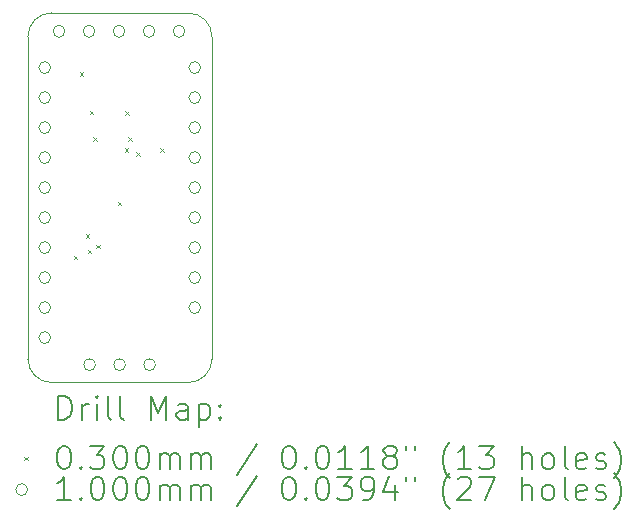
<source format=gbr>
%TF.GenerationSoftware,KiCad,Pcbnew,8.0.5*%
%TF.CreationDate,2025-01-09T20:32:42-08:00*%
%TF.ProjectId,PIC32Flex,50494333-3246-46c6-9578-2e6b69636164,rev?*%
%TF.SameCoordinates,Original*%
%TF.FileFunction,Drillmap*%
%TF.FilePolarity,Positive*%
%FSLAX45Y45*%
G04 Gerber Fmt 4.5, Leading zero omitted, Abs format (unit mm)*
G04 Created by KiCad (PCBNEW 8.0.5) date 2025-01-09 20:32:42*
%MOMM*%
%LPD*%
G01*
G04 APERTURE LIST*
%ADD10C,0.050000*%
%ADD11C,0.200000*%
%ADD12C,0.100000*%
G04 APERTURE END LIST*
D10*
X9861421Y-7240000D02*
G75*
G02*
X10061421Y-7040000I200000J0D01*
G01*
X11420000Y-7240000D02*
X11420000Y-9968579D01*
X10061421Y-7040000D02*
X11220000Y-7040000D01*
X10061421Y-10168579D02*
G75*
G02*
X9861421Y-9968579I0J200000D01*
G01*
X11420000Y-9968579D02*
G75*
G02*
X11220000Y-10168579I-200000J0D01*
G01*
X11220000Y-10168579D02*
X10061421Y-10168579D01*
X11220000Y-7040000D02*
G75*
G02*
X11420000Y-7240000I0J-200000D01*
G01*
X9861421Y-9968579D02*
X9861421Y-7240000D01*
D11*
D12*
X10248760Y-9095000D02*
X10278760Y-9125000D01*
X10278760Y-9095000D02*
X10248760Y-9125000D01*
X10302000Y-7542000D02*
X10332000Y-7572000D01*
X10332000Y-7542000D02*
X10302000Y-7572000D01*
X10350000Y-8912000D02*
X10380000Y-8942000D01*
X10380000Y-8912000D02*
X10350000Y-8942000D01*
X10368760Y-9043000D02*
X10398760Y-9073000D01*
X10398760Y-9043000D02*
X10368760Y-9073000D01*
X10387000Y-7869000D02*
X10417000Y-7899000D01*
X10417000Y-7869000D02*
X10387000Y-7899000D01*
X10413000Y-8094000D02*
X10443000Y-8124000D01*
X10443000Y-8094000D02*
X10413000Y-8124000D01*
X10441000Y-9003000D02*
X10471000Y-9033000D01*
X10471000Y-9003000D02*
X10441000Y-9033000D01*
X10622320Y-8639549D02*
X10652320Y-8669549D01*
X10652320Y-8639549D02*
X10622320Y-8669549D01*
X10683000Y-8186000D02*
X10713000Y-8216000D01*
X10713000Y-8186000D02*
X10683000Y-8216000D01*
X10687000Y-7872000D02*
X10717000Y-7902000D01*
X10717000Y-7872000D02*
X10687000Y-7902000D01*
X10710574Y-8091573D02*
X10740574Y-8121573D01*
X10740574Y-8091573D02*
X10710574Y-8121573D01*
X10780000Y-8220000D02*
X10810000Y-8250000D01*
X10810000Y-8220000D02*
X10780000Y-8250000D01*
X10982000Y-8185000D02*
X11012000Y-8215000D01*
X11012000Y-8185000D02*
X10982000Y-8215000D01*
X10054000Y-7502000D02*
G75*
G02*
X9954000Y-7502000I-50000J0D01*
G01*
X9954000Y-7502000D02*
G75*
G02*
X10054000Y-7502000I50000J0D01*
G01*
X10054000Y-7756000D02*
G75*
G02*
X9954000Y-7756000I-50000J0D01*
G01*
X9954000Y-7756000D02*
G75*
G02*
X10054000Y-7756000I50000J0D01*
G01*
X10054000Y-8010000D02*
G75*
G02*
X9954000Y-8010000I-50000J0D01*
G01*
X9954000Y-8010000D02*
G75*
G02*
X10054000Y-8010000I50000J0D01*
G01*
X10054000Y-8264000D02*
G75*
G02*
X9954000Y-8264000I-50000J0D01*
G01*
X9954000Y-8264000D02*
G75*
G02*
X10054000Y-8264000I50000J0D01*
G01*
X10054000Y-8518000D02*
G75*
G02*
X9954000Y-8518000I-50000J0D01*
G01*
X9954000Y-8518000D02*
G75*
G02*
X10054000Y-8518000I50000J0D01*
G01*
X10054000Y-8772000D02*
G75*
G02*
X9954000Y-8772000I-50000J0D01*
G01*
X9954000Y-8772000D02*
G75*
G02*
X10054000Y-8772000I50000J0D01*
G01*
X10054000Y-9026000D02*
G75*
G02*
X9954000Y-9026000I-50000J0D01*
G01*
X9954000Y-9026000D02*
G75*
G02*
X10054000Y-9026000I50000J0D01*
G01*
X10054000Y-9280000D02*
G75*
G02*
X9954000Y-9280000I-50000J0D01*
G01*
X9954000Y-9280000D02*
G75*
G02*
X10054000Y-9280000I50000J0D01*
G01*
X10054000Y-9534000D02*
G75*
G02*
X9954000Y-9534000I-50000J0D01*
G01*
X9954000Y-9534000D02*
G75*
G02*
X10054000Y-9534000I50000J0D01*
G01*
X10054000Y-9788000D02*
G75*
G02*
X9954000Y-9788000I-50000J0D01*
G01*
X9954000Y-9788000D02*
G75*
G02*
X10054000Y-9788000I50000J0D01*
G01*
X10175000Y-7195000D02*
G75*
G02*
X10075000Y-7195000I-50000J0D01*
G01*
X10075000Y-7195000D02*
G75*
G02*
X10175000Y-7195000I50000J0D01*
G01*
X10429000Y-7195000D02*
G75*
G02*
X10329000Y-7195000I-50000J0D01*
G01*
X10329000Y-7195000D02*
G75*
G02*
X10429000Y-7195000I50000J0D01*
G01*
X10433760Y-10017080D02*
G75*
G02*
X10333760Y-10017080I-50000J0D01*
G01*
X10333760Y-10017080D02*
G75*
G02*
X10433760Y-10017080I50000J0D01*
G01*
X10683000Y-7195000D02*
G75*
G02*
X10583000Y-7195000I-50000J0D01*
G01*
X10583000Y-7195000D02*
G75*
G02*
X10683000Y-7195000I50000J0D01*
G01*
X10687760Y-10017080D02*
G75*
G02*
X10587760Y-10017080I-50000J0D01*
G01*
X10587760Y-10017080D02*
G75*
G02*
X10687760Y-10017080I50000J0D01*
G01*
X10937000Y-7195000D02*
G75*
G02*
X10837000Y-7195000I-50000J0D01*
G01*
X10837000Y-7195000D02*
G75*
G02*
X10937000Y-7195000I50000J0D01*
G01*
X10941760Y-10017080D02*
G75*
G02*
X10841760Y-10017080I-50000J0D01*
G01*
X10841760Y-10017080D02*
G75*
G02*
X10941760Y-10017080I50000J0D01*
G01*
X11191000Y-7195000D02*
G75*
G02*
X11091000Y-7195000I-50000J0D01*
G01*
X11091000Y-7195000D02*
G75*
G02*
X11191000Y-7195000I50000J0D01*
G01*
X11324000Y-7502000D02*
G75*
G02*
X11224000Y-7502000I-50000J0D01*
G01*
X11224000Y-7502000D02*
G75*
G02*
X11324000Y-7502000I50000J0D01*
G01*
X11324000Y-7756000D02*
G75*
G02*
X11224000Y-7756000I-50000J0D01*
G01*
X11224000Y-7756000D02*
G75*
G02*
X11324000Y-7756000I50000J0D01*
G01*
X11324000Y-8010000D02*
G75*
G02*
X11224000Y-8010000I-50000J0D01*
G01*
X11224000Y-8010000D02*
G75*
G02*
X11324000Y-8010000I50000J0D01*
G01*
X11324000Y-8264000D02*
G75*
G02*
X11224000Y-8264000I-50000J0D01*
G01*
X11224000Y-8264000D02*
G75*
G02*
X11324000Y-8264000I50000J0D01*
G01*
X11324000Y-8518000D02*
G75*
G02*
X11224000Y-8518000I-50000J0D01*
G01*
X11224000Y-8518000D02*
G75*
G02*
X11324000Y-8518000I50000J0D01*
G01*
X11324000Y-8772000D02*
G75*
G02*
X11224000Y-8772000I-50000J0D01*
G01*
X11224000Y-8772000D02*
G75*
G02*
X11324000Y-8772000I50000J0D01*
G01*
X11324000Y-9026000D02*
G75*
G02*
X11224000Y-9026000I-50000J0D01*
G01*
X11224000Y-9026000D02*
G75*
G02*
X11324000Y-9026000I50000J0D01*
G01*
X11324000Y-9280000D02*
G75*
G02*
X11224000Y-9280000I-50000J0D01*
G01*
X11224000Y-9280000D02*
G75*
G02*
X11324000Y-9280000I50000J0D01*
G01*
X11324000Y-9534000D02*
G75*
G02*
X11224000Y-9534000I-50000J0D01*
G01*
X11224000Y-9534000D02*
G75*
G02*
X11324000Y-9534000I50000J0D01*
G01*
D11*
X10119698Y-10482562D02*
X10119698Y-10282562D01*
X10119698Y-10282562D02*
X10167317Y-10282562D01*
X10167317Y-10282562D02*
X10195889Y-10292086D01*
X10195889Y-10292086D02*
X10214936Y-10311134D01*
X10214936Y-10311134D02*
X10224460Y-10330181D01*
X10224460Y-10330181D02*
X10233984Y-10368277D01*
X10233984Y-10368277D02*
X10233984Y-10396848D01*
X10233984Y-10396848D02*
X10224460Y-10434943D01*
X10224460Y-10434943D02*
X10214936Y-10453991D01*
X10214936Y-10453991D02*
X10195889Y-10473039D01*
X10195889Y-10473039D02*
X10167317Y-10482562D01*
X10167317Y-10482562D02*
X10119698Y-10482562D01*
X10319698Y-10482562D02*
X10319698Y-10349229D01*
X10319698Y-10387324D02*
X10329222Y-10368277D01*
X10329222Y-10368277D02*
X10338746Y-10358753D01*
X10338746Y-10358753D02*
X10357793Y-10349229D01*
X10357793Y-10349229D02*
X10376841Y-10349229D01*
X10443508Y-10482562D02*
X10443508Y-10349229D01*
X10443508Y-10282562D02*
X10433984Y-10292086D01*
X10433984Y-10292086D02*
X10443508Y-10301610D01*
X10443508Y-10301610D02*
X10453032Y-10292086D01*
X10453032Y-10292086D02*
X10443508Y-10282562D01*
X10443508Y-10282562D02*
X10443508Y-10301610D01*
X10567317Y-10482562D02*
X10548270Y-10473039D01*
X10548270Y-10473039D02*
X10538746Y-10453991D01*
X10538746Y-10453991D02*
X10538746Y-10282562D01*
X10672079Y-10482562D02*
X10653032Y-10473039D01*
X10653032Y-10473039D02*
X10643508Y-10453991D01*
X10643508Y-10453991D02*
X10643508Y-10282562D01*
X10900651Y-10482562D02*
X10900651Y-10282562D01*
X10900651Y-10282562D02*
X10967317Y-10425420D01*
X10967317Y-10425420D02*
X11033984Y-10282562D01*
X11033984Y-10282562D02*
X11033984Y-10482562D01*
X11214936Y-10482562D02*
X11214936Y-10377801D01*
X11214936Y-10377801D02*
X11205412Y-10358753D01*
X11205412Y-10358753D02*
X11186365Y-10349229D01*
X11186365Y-10349229D02*
X11148270Y-10349229D01*
X11148270Y-10349229D02*
X11129222Y-10358753D01*
X11214936Y-10473039D02*
X11195889Y-10482562D01*
X11195889Y-10482562D02*
X11148270Y-10482562D01*
X11148270Y-10482562D02*
X11129222Y-10473039D01*
X11129222Y-10473039D02*
X11119698Y-10453991D01*
X11119698Y-10453991D02*
X11119698Y-10434943D01*
X11119698Y-10434943D02*
X11129222Y-10415896D01*
X11129222Y-10415896D02*
X11148270Y-10406372D01*
X11148270Y-10406372D02*
X11195889Y-10406372D01*
X11195889Y-10406372D02*
X11214936Y-10396848D01*
X11310174Y-10349229D02*
X11310174Y-10549229D01*
X11310174Y-10358753D02*
X11329222Y-10349229D01*
X11329222Y-10349229D02*
X11367317Y-10349229D01*
X11367317Y-10349229D02*
X11386365Y-10358753D01*
X11386365Y-10358753D02*
X11395889Y-10368277D01*
X11395889Y-10368277D02*
X11405412Y-10387324D01*
X11405412Y-10387324D02*
X11405412Y-10444467D01*
X11405412Y-10444467D02*
X11395889Y-10463515D01*
X11395889Y-10463515D02*
X11386365Y-10473039D01*
X11386365Y-10473039D02*
X11367317Y-10482562D01*
X11367317Y-10482562D02*
X11329222Y-10482562D01*
X11329222Y-10482562D02*
X11310174Y-10473039D01*
X11491127Y-10463515D02*
X11500651Y-10473039D01*
X11500651Y-10473039D02*
X11491127Y-10482562D01*
X11491127Y-10482562D02*
X11481603Y-10473039D01*
X11481603Y-10473039D02*
X11491127Y-10463515D01*
X11491127Y-10463515D02*
X11491127Y-10482562D01*
X11491127Y-10358753D02*
X11500651Y-10368277D01*
X11500651Y-10368277D02*
X11491127Y-10377801D01*
X11491127Y-10377801D02*
X11481603Y-10368277D01*
X11481603Y-10368277D02*
X11491127Y-10358753D01*
X11491127Y-10358753D02*
X11491127Y-10377801D01*
D12*
X9828921Y-10796079D02*
X9858921Y-10826079D01*
X9858921Y-10796079D02*
X9828921Y-10826079D01*
D11*
X10157793Y-10702562D02*
X10176841Y-10702562D01*
X10176841Y-10702562D02*
X10195889Y-10712086D01*
X10195889Y-10712086D02*
X10205413Y-10721610D01*
X10205413Y-10721610D02*
X10214936Y-10740658D01*
X10214936Y-10740658D02*
X10224460Y-10778753D01*
X10224460Y-10778753D02*
X10224460Y-10826372D01*
X10224460Y-10826372D02*
X10214936Y-10864467D01*
X10214936Y-10864467D02*
X10205413Y-10883515D01*
X10205413Y-10883515D02*
X10195889Y-10893039D01*
X10195889Y-10893039D02*
X10176841Y-10902562D01*
X10176841Y-10902562D02*
X10157793Y-10902562D01*
X10157793Y-10902562D02*
X10138746Y-10893039D01*
X10138746Y-10893039D02*
X10129222Y-10883515D01*
X10129222Y-10883515D02*
X10119698Y-10864467D01*
X10119698Y-10864467D02*
X10110174Y-10826372D01*
X10110174Y-10826372D02*
X10110174Y-10778753D01*
X10110174Y-10778753D02*
X10119698Y-10740658D01*
X10119698Y-10740658D02*
X10129222Y-10721610D01*
X10129222Y-10721610D02*
X10138746Y-10712086D01*
X10138746Y-10712086D02*
X10157793Y-10702562D01*
X10310174Y-10883515D02*
X10319698Y-10893039D01*
X10319698Y-10893039D02*
X10310174Y-10902562D01*
X10310174Y-10902562D02*
X10300651Y-10893039D01*
X10300651Y-10893039D02*
X10310174Y-10883515D01*
X10310174Y-10883515D02*
X10310174Y-10902562D01*
X10386365Y-10702562D02*
X10510174Y-10702562D01*
X10510174Y-10702562D02*
X10443508Y-10778753D01*
X10443508Y-10778753D02*
X10472079Y-10778753D01*
X10472079Y-10778753D02*
X10491127Y-10788277D01*
X10491127Y-10788277D02*
X10500651Y-10797801D01*
X10500651Y-10797801D02*
X10510174Y-10816848D01*
X10510174Y-10816848D02*
X10510174Y-10864467D01*
X10510174Y-10864467D02*
X10500651Y-10883515D01*
X10500651Y-10883515D02*
X10491127Y-10893039D01*
X10491127Y-10893039D02*
X10472079Y-10902562D01*
X10472079Y-10902562D02*
X10414936Y-10902562D01*
X10414936Y-10902562D02*
X10395889Y-10893039D01*
X10395889Y-10893039D02*
X10386365Y-10883515D01*
X10633984Y-10702562D02*
X10653032Y-10702562D01*
X10653032Y-10702562D02*
X10672079Y-10712086D01*
X10672079Y-10712086D02*
X10681603Y-10721610D01*
X10681603Y-10721610D02*
X10691127Y-10740658D01*
X10691127Y-10740658D02*
X10700651Y-10778753D01*
X10700651Y-10778753D02*
X10700651Y-10826372D01*
X10700651Y-10826372D02*
X10691127Y-10864467D01*
X10691127Y-10864467D02*
X10681603Y-10883515D01*
X10681603Y-10883515D02*
X10672079Y-10893039D01*
X10672079Y-10893039D02*
X10653032Y-10902562D01*
X10653032Y-10902562D02*
X10633984Y-10902562D01*
X10633984Y-10902562D02*
X10614936Y-10893039D01*
X10614936Y-10893039D02*
X10605413Y-10883515D01*
X10605413Y-10883515D02*
X10595889Y-10864467D01*
X10595889Y-10864467D02*
X10586365Y-10826372D01*
X10586365Y-10826372D02*
X10586365Y-10778753D01*
X10586365Y-10778753D02*
X10595889Y-10740658D01*
X10595889Y-10740658D02*
X10605413Y-10721610D01*
X10605413Y-10721610D02*
X10614936Y-10712086D01*
X10614936Y-10712086D02*
X10633984Y-10702562D01*
X10824460Y-10702562D02*
X10843508Y-10702562D01*
X10843508Y-10702562D02*
X10862555Y-10712086D01*
X10862555Y-10712086D02*
X10872079Y-10721610D01*
X10872079Y-10721610D02*
X10881603Y-10740658D01*
X10881603Y-10740658D02*
X10891127Y-10778753D01*
X10891127Y-10778753D02*
X10891127Y-10826372D01*
X10891127Y-10826372D02*
X10881603Y-10864467D01*
X10881603Y-10864467D02*
X10872079Y-10883515D01*
X10872079Y-10883515D02*
X10862555Y-10893039D01*
X10862555Y-10893039D02*
X10843508Y-10902562D01*
X10843508Y-10902562D02*
X10824460Y-10902562D01*
X10824460Y-10902562D02*
X10805413Y-10893039D01*
X10805413Y-10893039D02*
X10795889Y-10883515D01*
X10795889Y-10883515D02*
X10786365Y-10864467D01*
X10786365Y-10864467D02*
X10776841Y-10826372D01*
X10776841Y-10826372D02*
X10776841Y-10778753D01*
X10776841Y-10778753D02*
X10786365Y-10740658D01*
X10786365Y-10740658D02*
X10795889Y-10721610D01*
X10795889Y-10721610D02*
X10805413Y-10712086D01*
X10805413Y-10712086D02*
X10824460Y-10702562D01*
X10976841Y-10902562D02*
X10976841Y-10769229D01*
X10976841Y-10788277D02*
X10986365Y-10778753D01*
X10986365Y-10778753D02*
X11005413Y-10769229D01*
X11005413Y-10769229D02*
X11033984Y-10769229D01*
X11033984Y-10769229D02*
X11053032Y-10778753D01*
X11053032Y-10778753D02*
X11062555Y-10797801D01*
X11062555Y-10797801D02*
X11062555Y-10902562D01*
X11062555Y-10797801D02*
X11072079Y-10778753D01*
X11072079Y-10778753D02*
X11091127Y-10769229D01*
X11091127Y-10769229D02*
X11119698Y-10769229D01*
X11119698Y-10769229D02*
X11138746Y-10778753D01*
X11138746Y-10778753D02*
X11148270Y-10797801D01*
X11148270Y-10797801D02*
X11148270Y-10902562D01*
X11243508Y-10902562D02*
X11243508Y-10769229D01*
X11243508Y-10788277D02*
X11253032Y-10778753D01*
X11253032Y-10778753D02*
X11272079Y-10769229D01*
X11272079Y-10769229D02*
X11300651Y-10769229D01*
X11300651Y-10769229D02*
X11319698Y-10778753D01*
X11319698Y-10778753D02*
X11329222Y-10797801D01*
X11329222Y-10797801D02*
X11329222Y-10902562D01*
X11329222Y-10797801D02*
X11338746Y-10778753D01*
X11338746Y-10778753D02*
X11357793Y-10769229D01*
X11357793Y-10769229D02*
X11386365Y-10769229D01*
X11386365Y-10769229D02*
X11405413Y-10778753D01*
X11405413Y-10778753D02*
X11414936Y-10797801D01*
X11414936Y-10797801D02*
X11414936Y-10902562D01*
X11805413Y-10693039D02*
X11633984Y-10950181D01*
X12062555Y-10702562D02*
X12081603Y-10702562D01*
X12081603Y-10702562D02*
X12100651Y-10712086D01*
X12100651Y-10712086D02*
X12110175Y-10721610D01*
X12110175Y-10721610D02*
X12119698Y-10740658D01*
X12119698Y-10740658D02*
X12129222Y-10778753D01*
X12129222Y-10778753D02*
X12129222Y-10826372D01*
X12129222Y-10826372D02*
X12119698Y-10864467D01*
X12119698Y-10864467D02*
X12110175Y-10883515D01*
X12110175Y-10883515D02*
X12100651Y-10893039D01*
X12100651Y-10893039D02*
X12081603Y-10902562D01*
X12081603Y-10902562D02*
X12062555Y-10902562D01*
X12062555Y-10902562D02*
X12043508Y-10893039D01*
X12043508Y-10893039D02*
X12033984Y-10883515D01*
X12033984Y-10883515D02*
X12024460Y-10864467D01*
X12024460Y-10864467D02*
X12014936Y-10826372D01*
X12014936Y-10826372D02*
X12014936Y-10778753D01*
X12014936Y-10778753D02*
X12024460Y-10740658D01*
X12024460Y-10740658D02*
X12033984Y-10721610D01*
X12033984Y-10721610D02*
X12043508Y-10712086D01*
X12043508Y-10712086D02*
X12062555Y-10702562D01*
X12214936Y-10883515D02*
X12224460Y-10893039D01*
X12224460Y-10893039D02*
X12214936Y-10902562D01*
X12214936Y-10902562D02*
X12205413Y-10893039D01*
X12205413Y-10893039D02*
X12214936Y-10883515D01*
X12214936Y-10883515D02*
X12214936Y-10902562D01*
X12348270Y-10702562D02*
X12367317Y-10702562D01*
X12367317Y-10702562D02*
X12386365Y-10712086D01*
X12386365Y-10712086D02*
X12395889Y-10721610D01*
X12395889Y-10721610D02*
X12405413Y-10740658D01*
X12405413Y-10740658D02*
X12414936Y-10778753D01*
X12414936Y-10778753D02*
X12414936Y-10826372D01*
X12414936Y-10826372D02*
X12405413Y-10864467D01*
X12405413Y-10864467D02*
X12395889Y-10883515D01*
X12395889Y-10883515D02*
X12386365Y-10893039D01*
X12386365Y-10893039D02*
X12367317Y-10902562D01*
X12367317Y-10902562D02*
X12348270Y-10902562D01*
X12348270Y-10902562D02*
X12329222Y-10893039D01*
X12329222Y-10893039D02*
X12319698Y-10883515D01*
X12319698Y-10883515D02*
X12310175Y-10864467D01*
X12310175Y-10864467D02*
X12300651Y-10826372D01*
X12300651Y-10826372D02*
X12300651Y-10778753D01*
X12300651Y-10778753D02*
X12310175Y-10740658D01*
X12310175Y-10740658D02*
X12319698Y-10721610D01*
X12319698Y-10721610D02*
X12329222Y-10712086D01*
X12329222Y-10712086D02*
X12348270Y-10702562D01*
X12605413Y-10902562D02*
X12491127Y-10902562D01*
X12548270Y-10902562D02*
X12548270Y-10702562D01*
X12548270Y-10702562D02*
X12529222Y-10731134D01*
X12529222Y-10731134D02*
X12510175Y-10750181D01*
X12510175Y-10750181D02*
X12491127Y-10759705D01*
X12795889Y-10902562D02*
X12681603Y-10902562D01*
X12738746Y-10902562D02*
X12738746Y-10702562D01*
X12738746Y-10702562D02*
X12719698Y-10731134D01*
X12719698Y-10731134D02*
X12700651Y-10750181D01*
X12700651Y-10750181D02*
X12681603Y-10759705D01*
X12910175Y-10788277D02*
X12891127Y-10778753D01*
X12891127Y-10778753D02*
X12881603Y-10769229D01*
X12881603Y-10769229D02*
X12872079Y-10750181D01*
X12872079Y-10750181D02*
X12872079Y-10740658D01*
X12872079Y-10740658D02*
X12881603Y-10721610D01*
X12881603Y-10721610D02*
X12891127Y-10712086D01*
X12891127Y-10712086D02*
X12910175Y-10702562D01*
X12910175Y-10702562D02*
X12948270Y-10702562D01*
X12948270Y-10702562D02*
X12967317Y-10712086D01*
X12967317Y-10712086D02*
X12976841Y-10721610D01*
X12976841Y-10721610D02*
X12986365Y-10740658D01*
X12986365Y-10740658D02*
X12986365Y-10750181D01*
X12986365Y-10750181D02*
X12976841Y-10769229D01*
X12976841Y-10769229D02*
X12967317Y-10778753D01*
X12967317Y-10778753D02*
X12948270Y-10788277D01*
X12948270Y-10788277D02*
X12910175Y-10788277D01*
X12910175Y-10788277D02*
X12891127Y-10797801D01*
X12891127Y-10797801D02*
X12881603Y-10807324D01*
X12881603Y-10807324D02*
X12872079Y-10826372D01*
X12872079Y-10826372D02*
X12872079Y-10864467D01*
X12872079Y-10864467D02*
X12881603Y-10883515D01*
X12881603Y-10883515D02*
X12891127Y-10893039D01*
X12891127Y-10893039D02*
X12910175Y-10902562D01*
X12910175Y-10902562D02*
X12948270Y-10902562D01*
X12948270Y-10902562D02*
X12967317Y-10893039D01*
X12967317Y-10893039D02*
X12976841Y-10883515D01*
X12976841Y-10883515D02*
X12986365Y-10864467D01*
X12986365Y-10864467D02*
X12986365Y-10826372D01*
X12986365Y-10826372D02*
X12976841Y-10807324D01*
X12976841Y-10807324D02*
X12967317Y-10797801D01*
X12967317Y-10797801D02*
X12948270Y-10788277D01*
X13062556Y-10702562D02*
X13062556Y-10740658D01*
X13138746Y-10702562D02*
X13138746Y-10740658D01*
X13433984Y-10978753D02*
X13424460Y-10969229D01*
X13424460Y-10969229D02*
X13405413Y-10940658D01*
X13405413Y-10940658D02*
X13395889Y-10921610D01*
X13395889Y-10921610D02*
X13386365Y-10893039D01*
X13386365Y-10893039D02*
X13376841Y-10845420D01*
X13376841Y-10845420D02*
X13376841Y-10807324D01*
X13376841Y-10807324D02*
X13386365Y-10759705D01*
X13386365Y-10759705D02*
X13395889Y-10731134D01*
X13395889Y-10731134D02*
X13405413Y-10712086D01*
X13405413Y-10712086D02*
X13424460Y-10683515D01*
X13424460Y-10683515D02*
X13433984Y-10673991D01*
X13614937Y-10902562D02*
X13500651Y-10902562D01*
X13557794Y-10902562D02*
X13557794Y-10702562D01*
X13557794Y-10702562D02*
X13538746Y-10731134D01*
X13538746Y-10731134D02*
X13519698Y-10750181D01*
X13519698Y-10750181D02*
X13500651Y-10759705D01*
X13681603Y-10702562D02*
X13805413Y-10702562D01*
X13805413Y-10702562D02*
X13738746Y-10778753D01*
X13738746Y-10778753D02*
X13767318Y-10778753D01*
X13767318Y-10778753D02*
X13786365Y-10788277D01*
X13786365Y-10788277D02*
X13795889Y-10797801D01*
X13795889Y-10797801D02*
X13805413Y-10816848D01*
X13805413Y-10816848D02*
X13805413Y-10864467D01*
X13805413Y-10864467D02*
X13795889Y-10883515D01*
X13795889Y-10883515D02*
X13786365Y-10893039D01*
X13786365Y-10893039D02*
X13767318Y-10902562D01*
X13767318Y-10902562D02*
X13710175Y-10902562D01*
X13710175Y-10902562D02*
X13691127Y-10893039D01*
X13691127Y-10893039D02*
X13681603Y-10883515D01*
X14043508Y-10902562D02*
X14043508Y-10702562D01*
X14129222Y-10902562D02*
X14129222Y-10797801D01*
X14129222Y-10797801D02*
X14119699Y-10778753D01*
X14119699Y-10778753D02*
X14100651Y-10769229D01*
X14100651Y-10769229D02*
X14072079Y-10769229D01*
X14072079Y-10769229D02*
X14053032Y-10778753D01*
X14053032Y-10778753D02*
X14043508Y-10788277D01*
X14253032Y-10902562D02*
X14233984Y-10893039D01*
X14233984Y-10893039D02*
X14224460Y-10883515D01*
X14224460Y-10883515D02*
X14214937Y-10864467D01*
X14214937Y-10864467D02*
X14214937Y-10807324D01*
X14214937Y-10807324D02*
X14224460Y-10788277D01*
X14224460Y-10788277D02*
X14233984Y-10778753D01*
X14233984Y-10778753D02*
X14253032Y-10769229D01*
X14253032Y-10769229D02*
X14281603Y-10769229D01*
X14281603Y-10769229D02*
X14300651Y-10778753D01*
X14300651Y-10778753D02*
X14310175Y-10788277D01*
X14310175Y-10788277D02*
X14319699Y-10807324D01*
X14319699Y-10807324D02*
X14319699Y-10864467D01*
X14319699Y-10864467D02*
X14310175Y-10883515D01*
X14310175Y-10883515D02*
X14300651Y-10893039D01*
X14300651Y-10893039D02*
X14281603Y-10902562D01*
X14281603Y-10902562D02*
X14253032Y-10902562D01*
X14433984Y-10902562D02*
X14414937Y-10893039D01*
X14414937Y-10893039D02*
X14405413Y-10873991D01*
X14405413Y-10873991D02*
X14405413Y-10702562D01*
X14586365Y-10893039D02*
X14567318Y-10902562D01*
X14567318Y-10902562D02*
X14529222Y-10902562D01*
X14529222Y-10902562D02*
X14510175Y-10893039D01*
X14510175Y-10893039D02*
X14500651Y-10873991D01*
X14500651Y-10873991D02*
X14500651Y-10797801D01*
X14500651Y-10797801D02*
X14510175Y-10778753D01*
X14510175Y-10778753D02*
X14529222Y-10769229D01*
X14529222Y-10769229D02*
X14567318Y-10769229D01*
X14567318Y-10769229D02*
X14586365Y-10778753D01*
X14586365Y-10778753D02*
X14595889Y-10797801D01*
X14595889Y-10797801D02*
X14595889Y-10816848D01*
X14595889Y-10816848D02*
X14500651Y-10835896D01*
X14672080Y-10893039D02*
X14691127Y-10902562D01*
X14691127Y-10902562D02*
X14729222Y-10902562D01*
X14729222Y-10902562D02*
X14748270Y-10893039D01*
X14748270Y-10893039D02*
X14757794Y-10873991D01*
X14757794Y-10873991D02*
X14757794Y-10864467D01*
X14757794Y-10864467D02*
X14748270Y-10845420D01*
X14748270Y-10845420D02*
X14729222Y-10835896D01*
X14729222Y-10835896D02*
X14700651Y-10835896D01*
X14700651Y-10835896D02*
X14681603Y-10826372D01*
X14681603Y-10826372D02*
X14672080Y-10807324D01*
X14672080Y-10807324D02*
X14672080Y-10797801D01*
X14672080Y-10797801D02*
X14681603Y-10778753D01*
X14681603Y-10778753D02*
X14700651Y-10769229D01*
X14700651Y-10769229D02*
X14729222Y-10769229D01*
X14729222Y-10769229D02*
X14748270Y-10778753D01*
X14824461Y-10978753D02*
X14833984Y-10969229D01*
X14833984Y-10969229D02*
X14853032Y-10940658D01*
X14853032Y-10940658D02*
X14862556Y-10921610D01*
X14862556Y-10921610D02*
X14872080Y-10893039D01*
X14872080Y-10893039D02*
X14881603Y-10845420D01*
X14881603Y-10845420D02*
X14881603Y-10807324D01*
X14881603Y-10807324D02*
X14872080Y-10759705D01*
X14872080Y-10759705D02*
X14862556Y-10731134D01*
X14862556Y-10731134D02*
X14853032Y-10712086D01*
X14853032Y-10712086D02*
X14833984Y-10683515D01*
X14833984Y-10683515D02*
X14824461Y-10673991D01*
D12*
X9858921Y-11075079D02*
G75*
G02*
X9758921Y-11075079I-50000J0D01*
G01*
X9758921Y-11075079D02*
G75*
G02*
X9858921Y-11075079I50000J0D01*
G01*
D11*
X10224460Y-11166562D02*
X10110174Y-11166562D01*
X10167317Y-11166562D02*
X10167317Y-10966562D01*
X10167317Y-10966562D02*
X10148270Y-10995134D01*
X10148270Y-10995134D02*
X10129222Y-11014181D01*
X10129222Y-11014181D02*
X10110174Y-11023705D01*
X10310174Y-11147515D02*
X10319698Y-11157039D01*
X10319698Y-11157039D02*
X10310174Y-11166562D01*
X10310174Y-11166562D02*
X10300651Y-11157039D01*
X10300651Y-11157039D02*
X10310174Y-11147515D01*
X10310174Y-11147515D02*
X10310174Y-11166562D01*
X10443508Y-10966562D02*
X10462555Y-10966562D01*
X10462555Y-10966562D02*
X10481603Y-10976086D01*
X10481603Y-10976086D02*
X10491127Y-10985610D01*
X10491127Y-10985610D02*
X10500651Y-11004658D01*
X10500651Y-11004658D02*
X10510174Y-11042753D01*
X10510174Y-11042753D02*
X10510174Y-11090372D01*
X10510174Y-11090372D02*
X10500651Y-11128467D01*
X10500651Y-11128467D02*
X10491127Y-11147515D01*
X10491127Y-11147515D02*
X10481603Y-11157039D01*
X10481603Y-11157039D02*
X10462555Y-11166562D01*
X10462555Y-11166562D02*
X10443508Y-11166562D01*
X10443508Y-11166562D02*
X10424460Y-11157039D01*
X10424460Y-11157039D02*
X10414936Y-11147515D01*
X10414936Y-11147515D02*
X10405413Y-11128467D01*
X10405413Y-11128467D02*
X10395889Y-11090372D01*
X10395889Y-11090372D02*
X10395889Y-11042753D01*
X10395889Y-11042753D02*
X10405413Y-11004658D01*
X10405413Y-11004658D02*
X10414936Y-10985610D01*
X10414936Y-10985610D02*
X10424460Y-10976086D01*
X10424460Y-10976086D02*
X10443508Y-10966562D01*
X10633984Y-10966562D02*
X10653032Y-10966562D01*
X10653032Y-10966562D02*
X10672079Y-10976086D01*
X10672079Y-10976086D02*
X10681603Y-10985610D01*
X10681603Y-10985610D02*
X10691127Y-11004658D01*
X10691127Y-11004658D02*
X10700651Y-11042753D01*
X10700651Y-11042753D02*
X10700651Y-11090372D01*
X10700651Y-11090372D02*
X10691127Y-11128467D01*
X10691127Y-11128467D02*
X10681603Y-11147515D01*
X10681603Y-11147515D02*
X10672079Y-11157039D01*
X10672079Y-11157039D02*
X10653032Y-11166562D01*
X10653032Y-11166562D02*
X10633984Y-11166562D01*
X10633984Y-11166562D02*
X10614936Y-11157039D01*
X10614936Y-11157039D02*
X10605413Y-11147515D01*
X10605413Y-11147515D02*
X10595889Y-11128467D01*
X10595889Y-11128467D02*
X10586365Y-11090372D01*
X10586365Y-11090372D02*
X10586365Y-11042753D01*
X10586365Y-11042753D02*
X10595889Y-11004658D01*
X10595889Y-11004658D02*
X10605413Y-10985610D01*
X10605413Y-10985610D02*
X10614936Y-10976086D01*
X10614936Y-10976086D02*
X10633984Y-10966562D01*
X10824460Y-10966562D02*
X10843508Y-10966562D01*
X10843508Y-10966562D02*
X10862555Y-10976086D01*
X10862555Y-10976086D02*
X10872079Y-10985610D01*
X10872079Y-10985610D02*
X10881603Y-11004658D01*
X10881603Y-11004658D02*
X10891127Y-11042753D01*
X10891127Y-11042753D02*
X10891127Y-11090372D01*
X10891127Y-11090372D02*
X10881603Y-11128467D01*
X10881603Y-11128467D02*
X10872079Y-11147515D01*
X10872079Y-11147515D02*
X10862555Y-11157039D01*
X10862555Y-11157039D02*
X10843508Y-11166562D01*
X10843508Y-11166562D02*
X10824460Y-11166562D01*
X10824460Y-11166562D02*
X10805413Y-11157039D01*
X10805413Y-11157039D02*
X10795889Y-11147515D01*
X10795889Y-11147515D02*
X10786365Y-11128467D01*
X10786365Y-11128467D02*
X10776841Y-11090372D01*
X10776841Y-11090372D02*
X10776841Y-11042753D01*
X10776841Y-11042753D02*
X10786365Y-11004658D01*
X10786365Y-11004658D02*
X10795889Y-10985610D01*
X10795889Y-10985610D02*
X10805413Y-10976086D01*
X10805413Y-10976086D02*
X10824460Y-10966562D01*
X10976841Y-11166562D02*
X10976841Y-11033229D01*
X10976841Y-11052277D02*
X10986365Y-11042753D01*
X10986365Y-11042753D02*
X11005413Y-11033229D01*
X11005413Y-11033229D02*
X11033984Y-11033229D01*
X11033984Y-11033229D02*
X11053032Y-11042753D01*
X11053032Y-11042753D02*
X11062555Y-11061801D01*
X11062555Y-11061801D02*
X11062555Y-11166562D01*
X11062555Y-11061801D02*
X11072079Y-11042753D01*
X11072079Y-11042753D02*
X11091127Y-11033229D01*
X11091127Y-11033229D02*
X11119698Y-11033229D01*
X11119698Y-11033229D02*
X11138746Y-11042753D01*
X11138746Y-11042753D02*
X11148270Y-11061801D01*
X11148270Y-11061801D02*
X11148270Y-11166562D01*
X11243508Y-11166562D02*
X11243508Y-11033229D01*
X11243508Y-11052277D02*
X11253032Y-11042753D01*
X11253032Y-11042753D02*
X11272079Y-11033229D01*
X11272079Y-11033229D02*
X11300651Y-11033229D01*
X11300651Y-11033229D02*
X11319698Y-11042753D01*
X11319698Y-11042753D02*
X11329222Y-11061801D01*
X11329222Y-11061801D02*
X11329222Y-11166562D01*
X11329222Y-11061801D02*
X11338746Y-11042753D01*
X11338746Y-11042753D02*
X11357793Y-11033229D01*
X11357793Y-11033229D02*
X11386365Y-11033229D01*
X11386365Y-11033229D02*
X11405413Y-11042753D01*
X11405413Y-11042753D02*
X11414936Y-11061801D01*
X11414936Y-11061801D02*
X11414936Y-11166562D01*
X11805413Y-10957039D02*
X11633984Y-11214181D01*
X12062555Y-10966562D02*
X12081603Y-10966562D01*
X12081603Y-10966562D02*
X12100651Y-10976086D01*
X12100651Y-10976086D02*
X12110175Y-10985610D01*
X12110175Y-10985610D02*
X12119698Y-11004658D01*
X12119698Y-11004658D02*
X12129222Y-11042753D01*
X12129222Y-11042753D02*
X12129222Y-11090372D01*
X12129222Y-11090372D02*
X12119698Y-11128467D01*
X12119698Y-11128467D02*
X12110175Y-11147515D01*
X12110175Y-11147515D02*
X12100651Y-11157039D01*
X12100651Y-11157039D02*
X12081603Y-11166562D01*
X12081603Y-11166562D02*
X12062555Y-11166562D01*
X12062555Y-11166562D02*
X12043508Y-11157039D01*
X12043508Y-11157039D02*
X12033984Y-11147515D01*
X12033984Y-11147515D02*
X12024460Y-11128467D01*
X12024460Y-11128467D02*
X12014936Y-11090372D01*
X12014936Y-11090372D02*
X12014936Y-11042753D01*
X12014936Y-11042753D02*
X12024460Y-11004658D01*
X12024460Y-11004658D02*
X12033984Y-10985610D01*
X12033984Y-10985610D02*
X12043508Y-10976086D01*
X12043508Y-10976086D02*
X12062555Y-10966562D01*
X12214936Y-11147515D02*
X12224460Y-11157039D01*
X12224460Y-11157039D02*
X12214936Y-11166562D01*
X12214936Y-11166562D02*
X12205413Y-11157039D01*
X12205413Y-11157039D02*
X12214936Y-11147515D01*
X12214936Y-11147515D02*
X12214936Y-11166562D01*
X12348270Y-10966562D02*
X12367317Y-10966562D01*
X12367317Y-10966562D02*
X12386365Y-10976086D01*
X12386365Y-10976086D02*
X12395889Y-10985610D01*
X12395889Y-10985610D02*
X12405413Y-11004658D01*
X12405413Y-11004658D02*
X12414936Y-11042753D01*
X12414936Y-11042753D02*
X12414936Y-11090372D01*
X12414936Y-11090372D02*
X12405413Y-11128467D01*
X12405413Y-11128467D02*
X12395889Y-11147515D01*
X12395889Y-11147515D02*
X12386365Y-11157039D01*
X12386365Y-11157039D02*
X12367317Y-11166562D01*
X12367317Y-11166562D02*
X12348270Y-11166562D01*
X12348270Y-11166562D02*
X12329222Y-11157039D01*
X12329222Y-11157039D02*
X12319698Y-11147515D01*
X12319698Y-11147515D02*
X12310175Y-11128467D01*
X12310175Y-11128467D02*
X12300651Y-11090372D01*
X12300651Y-11090372D02*
X12300651Y-11042753D01*
X12300651Y-11042753D02*
X12310175Y-11004658D01*
X12310175Y-11004658D02*
X12319698Y-10985610D01*
X12319698Y-10985610D02*
X12329222Y-10976086D01*
X12329222Y-10976086D02*
X12348270Y-10966562D01*
X12481603Y-10966562D02*
X12605413Y-10966562D01*
X12605413Y-10966562D02*
X12538746Y-11042753D01*
X12538746Y-11042753D02*
X12567317Y-11042753D01*
X12567317Y-11042753D02*
X12586365Y-11052277D01*
X12586365Y-11052277D02*
X12595889Y-11061801D01*
X12595889Y-11061801D02*
X12605413Y-11080848D01*
X12605413Y-11080848D02*
X12605413Y-11128467D01*
X12605413Y-11128467D02*
X12595889Y-11147515D01*
X12595889Y-11147515D02*
X12586365Y-11157039D01*
X12586365Y-11157039D02*
X12567317Y-11166562D01*
X12567317Y-11166562D02*
X12510175Y-11166562D01*
X12510175Y-11166562D02*
X12491127Y-11157039D01*
X12491127Y-11157039D02*
X12481603Y-11147515D01*
X12700651Y-11166562D02*
X12738746Y-11166562D01*
X12738746Y-11166562D02*
X12757794Y-11157039D01*
X12757794Y-11157039D02*
X12767317Y-11147515D01*
X12767317Y-11147515D02*
X12786365Y-11118943D01*
X12786365Y-11118943D02*
X12795889Y-11080848D01*
X12795889Y-11080848D02*
X12795889Y-11004658D01*
X12795889Y-11004658D02*
X12786365Y-10985610D01*
X12786365Y-10985610D02*
X12776841Y-10976086D01*
X12776841Y-10976086D02*
X12757794Y-10966562D01*
X12757794Y-10966562D02*
X12719698Y-10966562D01*
X12719698Y-10966562D02*
X12700651Y-10976086D01*
X12700651Y-10976086D02*
X12691127Y-10985610D01*
X12691127Y-10985610D02*
X12681603Y-11004658D01*
X12681603Y-11004658D02*
X12681603Y-11052277D01*
X12681603Y-11052277D02*
X12691127Y-11071324D01*
X12691127Y-11071324D02*
X12700651Y-11080848D01*
X12700651Y-11080848D02*
X12719698Y-11090372D01*
X12719698Y-11090372D02*
X12757794Y-11090372D01*
X12757794Y-11090372D02*
X12776841Y-11080848D01*
X12776841Y-11080848D02*
X12786365Y-11071324D01*
X12786365Y-11071324D02*
X12795889Y-11052277D01*
X12967317Y-11033229D02*
X12967317Y-11166562D01*
X12919698Y-10957039D02*
X12872079Y-11099896D01*
X12872079Y-11099896D02*
X12995889Y-11099896D01*
X13062556Y-10966562D02*
X13062556Y-11004658D01*
X13138746Y-10966562D02*
X13138746Y-11004658D01*
X13433984Y-11242753D02*
X13424460Y-11233229D01*
X13424460Y-11233229D02*
X13405413Y-11204658D01*
X13405413Y-11204658D02*
X13395889Y-11185610D01*
X13395889Y-11185610D02*
X13386365Y-11157039D01*
X13386365Y-11157039D02*
X13376841Y-11109420D01*
X13376841Y-11109420D02*
X13376841Y-11071324D01*
X13376841Y-11071324D02*
X13386365Y-11023705D01*
X13386365Y-11023705D02*
X13395889Y-10995134D01*
X13395889Y-10995134D02*
X13405413Y-10976086D01*
X13405413Y-10976086D02*
X13424460Y-10947515D01*
X13424460Y-10947515D02*
X13433984Y-10937991D01*
X13500651Y-10985610D02*
X13510175Y-10976086D01*
X13510175Y-10976086D02*
X13529222Y-10966562D01*
X13529222Y-10966562D02*
X13576841Y-10966562D01*
X13576841Y-10966562D02*
X13595889Y-10976086D01*
X13595889Y-10976086D02*
X13605413Y-10985610D01*
X13605413Y-10985610D02*
X13614937Y-11004658D01*
X13614937Y-11004658D02*
X13614937Y-11023705D01*
X13614937Y-11023705D02*
X13605413Y-11052277D01*
X13605413Y-11052277D02*
X13491127Y-11166562D01*
X13491127Y-11166562D02*
X13614937Y-11166562D01*
X13681603Y-10966562D02*
X13814937Y-10966562D01*
X13814937Y-10966562D02*
X13729222Y-11166562D01*
X14043508Y-11166562D02*
X14043508Y-10966562D01*
X14129222Y-11166562D02*
X14129222Y-11061801D01*
X14129222Y-11061801D02*
X14119699Y-11042753D01*
X14119699Y-11042753D02*
X14100651Y-11033229D01*
X14100651Y-11033229D02*
X14072079Y-11033229D01*
X14072079Y-11033229D02*
X14053032Y-11042753D01*
X14053032Y-11042753D02*
X14043508Y-11052277D01*
X14253032Y-11166562D02*
X14233984Y-11157039D01*
X14233984Y-11157039D02*
X14224460Y-11147515D01*
X14224460Y-11147515D02*
X14214937Y-11128467D01*
X14214937Y-11128467D02*
X14214937Y-11071324D01*
X14214937Y-11071324D02*
X14224460Y-11052277D01*
X14224460Y-11052277D02*
X14233984Y-11042753D01*
X14233984Y-11042753D02*
X14253032Y-11033229D01*
X14253032Y-11033229D02*
X14281603Y-11033229D01*
X14281603Y-11033229D02*
X14300651Y-11042753D01*
X14300651Y-11042753D02*
X14310175Y-11052277D01*
X14310175Y-11052277D02*
X14319699Y-11071324D01*
X14319699Y-11071324D02*
X14319699Y-11128467D01*
X14319699Y-11128467D02*
X14310175Y-11147515D01*
X14310175Y-11147515D02*
X14300651Y-11157039D01*
X14300651Y-11157039D02*
X14281603Y-11166562D01*
X14281603Y-11166562D02*
X14253032Y-11166562D01*
X14433984Y-11166562D02*
X14414937Y-11157039D01*
X14414937Y-11157039D02*
X14405413Y-11137991D01*
X14405413Y-11137991D02*
X14405413Y-10966562D01*
X14586365Y-11157039D02*
X14567318Y-11166562D01*
X14567318Y-11166562D02*
X14529222Y-11166562D01*
X14529222Y-11166562D02*
X14510175Y-11157039D01*
X14510175Y-11157039D02*
X14500651Y-11137991D01*
X14500651Y-11137991D02*
X14500651Y-11061801D01*
X14500651Y-11061801D02*
X14510175Y-11042753D01*
X14510175Y-11042753D02*
X14529222Y-11033229D01*
X14529222Y-11033229D02*
X14567318Y-11033229D01*
X14567318Y-11033229D02*
X14586365Y-11042753D01*
X14586365Y-11042753D02*
X14595889Y-11061801D01*
X14595889Y-11061801D02*
X14595889Y-11080848D01*
X14595889Y-11080848D02*
X14500651Y-11099896D01*
X14672080Y-11157039D02*
X14691127Y-11166562D01*
X14691127Y-11166562D02*
X14729222Y-11166562D01*
X14729222Y-11166562D02*
X14748270Y-11157039D01*
X14748270Y-11157039D02*
X14757794Y-11137991D01*
X14757794Y-11137991D02*
X14757794Y-11128467D01*
X14757794Y-11128467D02*
X14748270Y-11109420D01*
X14748270Y-11109420D02*
X14729222Y-11099896D01*
X14729222Y-11099896D02*
X14700651Y-11099896D01*
X14700651Y-11099896D02*
X14681603Y-11090372D01*
X14681603Y-11090372D02*
X14672080Y-11071324D01*
X14672080Y-11071324D02*
X14672080Y-11061801D01*
X14672080Y-11061801D02*
X14681603Y-11042753D01*
X14681603Y-11042753D02*
X14700651Y-11033229D01*
X14700651Y-11033229D02*
X14729222Y-11033229D01*
X14729222Y-11033229D02*
X14748270Y-11042753D01*
X14824461Y-11242753D02*
X14833984Y-11233229D01*
X14833984Y-11233229D02*
X14853032Y-11204658D01*
X14853032Y-11204658D02*
X14862556Y-11185610D01*
X14862556Y-11185610D02*
X14872080Y-11157039D01*
X14872080Y-11157039D02*
X14881603Y-11109420D01*
X14881603Y-11109420D02*
X14881603Y-11071324D01*
X14881603Y-11071324D02*
X14872080Y-11023705D01*
X14872080Y-11023705D02*
X14862556Y-10995134D01*
X14862556Y-10995134D02*
X14853032Y-10976086D01*
X14853032Y-10976086D02*
X14833984Y-10947515D01*
X14833984Y-10947515D02*
X14824461Y-10937991D01*
M02*

</source>
